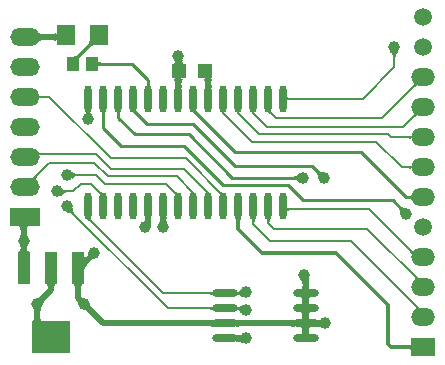
<source format=gtl>
G04 Layer_Physical_Order=1*
G04 Layer_Color=255*
%FSLAX43Y43*%
%MOMM*%
G71*
G01*
G75*
%ADD10O,0.600X2.300*%
%ADD11R,1.600X1.800*%
%ADD12R,1.000X1.300*%
%ADD13R,3.300X2.700*%
%ADD14R,1.000X2.700*%
%ADD15O,2.200X0.600*%
%ADD16R,1.250X1.300*%
%ADD17C,0.254*%
%ADD18C,0.200*%
%ADD19C,0.300*%
%ADD20C,0.500*%
%ADD21C,1.500*%
%ADD22O,2.000X1.500*%
%ADD23R,2.000X1.500*%
%ADD24O,2.500X1.500*%
%ADD25R,2.500X1.500*%
%ADD26C,1.000*%
G36*
X34235Y9469D02*
X34263Y9445D01*
X34289Y9426D01*
X34314Y9411D01*
X34336Y9402D01*
X34355Y9398D01*
X34373Y9398D01*
X34389Y9404D01*
X34402Y9414D01*
X34414Y9430D01*
X34207Y9073D01*
X34215Y9091D01*
X34219Y9111D01*
X34219Y9133D01*
X34214Y9155D01*
X34205Y9180D01*
X34192Y9205D01*
X34174Y9233D01*
X34153Y9261D01*
X34127Y9291D01*
X34097Y9323D01*
X34204Y9498D01*
X34235Y9469D01*
D02*
G37*
G36*
X7361Y8771D02*
X7332Y8769D01*
X7303Y8764D01*
X7272Y8754D01*
X7240Y8740D01*
X7207Y8723D01*
X7173Y8701D01*
X7137Y8676D01*
X7101Y8647D01*
X7024Y8576D01*
X6833Y8767D01*
Y8385D01*
X6766Y8314D01*
X6705Y8243D01*
X6652Y8172D01*
X6605Y8101D01*
X6566Y8030D01*
X6534Y7959D01*
X6509Y7889D01*
X6491Y7818D01*
X6480Y7748D01*
X6477Y7678D01*
Y9092D01*
X6480Y9028D01*
X6491Y8978D01*
X6509Y8942D01*
X6534Y8921D01*
X6566Y8914D01*
X6605Y8921D01*
X6652Y8942D01*
X6705Y8978D01*
X6743Y9009D01*
X6771Y9042D01*
X6796Y9078D01*
X6818Y9112D01*
X6835Y9145D01*
X6849Y9177D01*
X6859Y9208D01*
X6864Y9237D01*
X6866Y9266D01*
X7361Y8771D01*
D02*
G37*
G36*
X1836Y11567D02*
X1793Y11552D01*
X1755Y11527D01*
X1723Y11492D01*
X1696Y11447D01*
X1673Y11392D01*
X1656Y11327D01*
X1643Y11252D01*
X1635Y11167D01*
X1633Y11072D01*
X1133D01*
X1130Y11167D01*
X1123Y11252D01*
X1110Y11327D01*
X1093Y11392D01*
X1071Y11447D01*
X1043Y11492D01*
X1010Y11527D01*
X973Y11552D01*
X930Y11567D01*
X883Y11572D01*
X1883D01*
X1836Y11567D01*
D02*
G37*
G36*
X1634Y10974D02*
X1642Y10877D01*
X1650Y10835D01*
X1659Y10795D01*
X1670Y10760D01*
X1684Y10728D01*
X1699Y10700D01*
X1717Y10675D01*
X1737Y10654D01*
X1377Y10287D01*
X1737Y9920D01*
X1717Y9899D01*
X1699Y9875D01*
X1684Y9846D01*
X1670Y9814D01*
X1659Y9779D01*
X1650Y9739D01*
X1643Y9699D01*
X1643Y9697D01*
X1655Y9622D01*
X1673Y9557D01*
X1695Y9502D01*
X1722Y9457D01*
X1754Y9422D01*
X1791Y9397D01*
X1833Y9382D01*
X1880Y9377D01*
X886D01*
X933Y9382D01*
X975Y9397D01*
X1012Y9422D01*
X1044Y9457D01*
X1071Y9502D01*
X1093Y9557D01*
X1111Y9622D01*
X1123Y9697D01*
X1124Y9712D01*
X1124Y9713D01*
X1118Y9756D01*
X1109Y9796D01*
X1098Y9832D01*
X1086Y9864D01*
X1072Y9893D01*
X1055Y9918D01*
X1037Y9940D01*
X1377Y10287D01*
X1037Y10634D01*
X1055Y10656D01*
X1072Y10681D01*
X1086Y10710D01*
X1098Y10742D01*
X1109Y10778D01*
X1118Y10818D01*
X1124Y10861D01*
X1132Y10958D01*
X1133Y11012D01*
X1633Y11028D01*
X1634Y10974D01*
D02*
G37*
G36*
X4133Y6678D02*
X4091Y6663D01*
X4054Y6638D01*
X4022Y6603D01*
X3995Y6558D01*
X3973Y6503D01*
X3955Y6438D01*
X3943Y6363D01*
X3935Y6278D01*
X3933Y6183D01*
X3433D01*
X3431Y6278D01*
X3423Y6363D01*
X3411Y6438D01*
X3393Y6503D01*
X3371Y6558D01*
X3344Y6603D01*
X3312Y6638D01*
X3275Y6663D01*
X3233Y6678D01*
X3186Y6683D01*
X4180D01*
X4133Y6678D01*
D02*
G37*
G36*
X25547Y7063D02*
X25536Y7039D01*
X25526Y7010D01*
X25517Y6978D01*
X25510Y6942D01*
X25500Y6859D01*
X25497Y6812D01*
X25494Y6707D01*
X25215Y6642D01*
X25494D01*
X25497Y6546D01*
X25504Y6460D01*
X25517Y6385D01*
X25534Y6320D01*
X25556Y6264D01*
X25584Y6219D01*
X25617Y6184D01*
X25654Y6159D01*
X25697Y6143D01*
X25744Y6138D01*
X24744D01*
X24792Y6143D01*
X24834Y6159D01*
X24872Y6184D01*
X24904Y6219D01*
X24931Y6264D01*
X24954Y6320D01*
X24972Y6385D01*
X24984Y6460D01*
X24992Y6546D01*
X24993Y6617D01*
X24993Y6643D01*
X24983Y6739D01*
X24975Y6781D01*
X24964Y6818D01*
X24950Y6852D01*
X24935Y6882D01*
X24916Y6908D01*
X24896Y6929D01*
X24873Y6947D01*
X25559Y7084D01*
X25547Y7063D01*
D02*
G37*
G36*
X34724Y7202D02*
X34786Y7151D01*
X34815Y7132D01*
X34843Y7116D01*
X34869Y7105D01*
X34895Y7097D01*
X34920Y7093D01*
X34943Y7094D01*
X34965Y7098D01*
X34523Y6976D01*
X34542Y6984D01*
X34556Y6994D01*
X34565Y7007D01*
X34568Y7022D01*
X34566Y7040D01*
X34558Y7061D01*
X34545Y7084D01*
X34526Y7110D01*
X34502Y7138D01*
X34472Y7170D01*
X34692Y7233D01*
X34724Y7202D01*
D02*
G37*
G36*
X6433Y6678D02*
X6391Y6663D01*
X6354Y6638D01*
X6322Y6603D01*
X6295Y6558D01*
X6273Y6503D01*
X6255Y6438D01*
X6243Y6363D01*
X6235Y6278D01*
X6233Y6183D01*
X5733D01*
X5731Y6278D01*
X5723Y6363D01*
X5711Y6438D01*
X5693Y6503D01*
X5671Y6558D01*
X5644Y6603D01*
X5612Y6638D01*
X5575Y6663D01*
X5533Y6678D01*
X5486Y6683D01*
X6480D01*
X6433Y6678D01*
D02*
G37*
G36*
X12196Y12223D02*
X12194Y12206D01*
X12190Y12096D01*
X12188Y11718D01*
X12167D01*
X12160Y11583D01*
X11918Y11718D01*
X11688D01*
X11686Y11848D01*
X11564Y11915D01*
X11587Y11924D01*
X11609Y11938D01*
X11627Y11957D01*
X11643Y11980D01*
X11657Y12009D01*
X11668Y12043D01*
X11677Y12082D01*
X11681Y12111D01*
X11679Y12230D01*
X12197D01*
X12196Y12223D01*
D02*
G37*
G36*
X5561Y13051D02*
X5554Y12992D01*
X5552Y12937D01*
X5554Y12885D01*
X5561Y12837D01*
X5571Y12793D01*
X5585Y12752D01*
X5604Y12714D01*
X5626Y12680D01*
X5653Y12650D01*
X5485Y12535D01*
X5459Y12557D01*
X5428Y12579D01*
X5392Y12600D01*
X5351Y12619D01*
X5304Y12638D01*
X5253Y12655D01*
X5134Y12687D01*
X4995Y12715D01*
X5571Y13113D01*
X5561Y13051D01*
D02*
G37*
G36*
X7089Y12216D02*
X7076Y12206D01*
X7068Y12192D01*
X7067Y12175D01*
X7072Y12155D01*
X7082Y12132D01*
X7099Y12105D01*
X7122Y12076D01*
X7150Y12043D01*
X7185Y12007D01*
X6965Y11944D01*
X6941Y11967D01*
X6866Y12030D01*
X6840Y12048D01*
X6789Y12081D01*
X6762Y12095D01*
X6708Y12121D01*
X7109Y12224D01*
X7089Y12216D01*
D02*
G37*
G36*
X23667Y13135D02*
X23673Y13118D01*
X23683Y13103D01*
X23697Y13090D01*
X23715Y13079D01*
X23738Y13070D01*
X23764Y13063D01*
X23794Y13058D01*
X23829Y13055D01*
X23868Y13054D01*
Y12854D01*
X23829Y12853D01*
X23794Y12850D01*
X23764Y12845D01*
X23738Y12838D01*
X23715Y12829D01*
X23697Y12818D01*
X23683Y12805D01*
X23673Y12790D01*
X23667Y12773D01*
X23664Y12754D01*
Y13154D01*
X23667Y13135D01*
D02*
G37*
G36*
X33349Y13189D02*
X33383Y13164D01*
X33421Y13142D01*
X33462Y13123D01*
X33506Y13107D01*
X33554Y13094D01*
X33605Y13085D01*
X33659Y13078D01*
X33716Y13074D01*
X33777Y13073D01*
X33282Y12578D01*
X33281Y12639D01*
X33277Y12696D01*
X33270Y12750D01*
X33261Y12801D01*
X33248Y12849D01*
X33232Y12893D01*
X33213Y12934D01*
X33191Y12972D01*
X33166Y13006D01*
X33138Y13037D01*
X33318Y13217D01*
X33349Y13189D01*
D02*
G37*
G36*
X19797Y12200D02*
X19778Y12168D01*
X19761Y12133D01*
X19747Y12096D01*
X19735Y12056D01*
X19725Y12014D01*
X19718Y11970D01*
X19712Y11922D01*
X19708Y11821D01*
X19408D01*
X19407Y11873D01*
X19398Y11970D01*
X19391Y12014D01*
X19381Y12056D01*
X19369Y12096D01*
X19355Y12133D01*
X19338Y12168D01*
X19319Y12200D01*
X19299Y12230D01*
X19817D01*
X19797Y12200D01*
D02*
G37*
G36*
X13490Y12280D02*
X13483Y12249D01*
X13477Y12210D01*
X13468Y12109D01*
X13465Y12037D01*
X13467Y12012D01*
X13474Y11969D01*
X13483Y11930D01*
X13494Y11894D01*
X13507Y11862D01*
X13522Y11833D01*
X13539Y11808D01*
X13558Y11787D01*
X13459D01*
X13458Y11718D01*
X12958D01*
X12958Y11787D01*
X12858D01*
X12877Y11808D01*
X12894Y11833D01*
X12909Y11862D01*
X12922Y11894D01*
X12933Y11930D01*
X12942Y11969D01*
X12947Y12000D01*
X12933Y12249D01*
X12926Y12280D01*
X12919Y12302D01*
X13497D01*
X13490Y12280D01*
D02*
G37*
G36*
X22278Y12159D02*
X22261Y12151D01*
X22246Y12138D01*
X22233Y12120D01*
X22223Y12096D01*
X22214Y12067D01*
X22207Y12033D01*
X22202Y11994D01*
X22199Y11950D01*
X22198Y11900D01*
X21998D01*
X21997Y11950D01*
X21989Y12033D01*
X21982Y12067D01*
X21973Y12096D01*
X21963Y12120D01*
X21950Y12138D01*
X21935Y12151D01*
X21919Y12159D01*
X21900Y12162D01*
X22296D01*
X22278Y12159D01*
D02*
G37*
G36*
X21007D02*
X20991Y12151D01*
X20976Y12138D01*
X20963Y12120D01*
X20953Y12096D01*
X20944Y12067D01*
X20937Y12033D01*
X20932Y11994D01*
X20929Y11950D01*
X20928Y11900D01*
X20728D01*
X20727Y11950D01*
X20719Y12033D01*
X20712Y12067D01*
X20703Y12096D01*
X20693Y12120D01*
X20680Y12138D01*
X20665Y12151D01*
X20649Y12159D01*
X20630Y12162D01*
X21026D01*
X21007Y12159D01*
D02*
G37*
G36*
X19937Y5540D02*
X19871Y5578D01*
X19645Y5691D01*
X19598Y5710D01*
X19555Y5724D01*
X19551Y5725D01*
X19528Y5717D01*
X19504Y5707D01*
X19486Y5694D01*
X19473Y5679D01*
X19465Y5662D01*
X19462Y5644D01*
Y5741D01*
X19448Y5742D01*
X19394Y5942D01*
X19435Y5945D01*
X19462Y5950D01*
Y6040D01*
X19465Y6022D01*
X19473Y6005D01*
X19486Y5990D01*
X19504Y5977D01*
X19520Y5970D01*
X19552Y5986D01*
X19589Y6011D01*
X19625Y6041D01*
X19660Y6077D01*
X19694Y6118D01*
X19727Y6165D01*
X19759Y6217D01*
X19937Y5540D01*
D02*
G37*
G36*
X24366Y3013D02*
X24344Y3020D01*
X24313Y3027D01*
X24274Y3033D01*
X24173Y3042D01*
X23962Y3050D01*
X23782Y3052D01*
Y3552D01*
X23876Y3552D01*
X24313Y3577D01*
X24344Y3584D01*
X24366Y3591D01*
Y3013D01*
D02*
G37*
G36*
X19344Y3584D02*
X19375Y3577D01*
X19414Y3571D01*
X19515Y3562D01*
X19726Y3554D01*
X19906Y3552D01*
Y3052D01*
X19812Y3052D01*
X19375Y3027D01*
X19344Y3020D01*
X19322Y3013D01*
Y3591D01*
X19344Y3584D01*
D02*
G37*
G36*
X26567Y3553D02*
X26706Y3552D01*
Y3052D01*
X26612Y3052D01*
X26567Y3049D01*
Y2952D01*
X26546Y2971D01*
X26521Y2988D01*
X26492Y3003D01*
X26460Y3016D01*
X26424Y3027D01*
X26385Y3036D01*
X26372Y3038D01*
X26175Y3027D01*
X26144Y3020D01*
X26122Y3013D01*
Y3591D01*
X26144Y3584D01*
X26175Y3577D01*
X26214Y3571D01*
X26315Y3562D01*
X26340Y3561D01*
X26342Y3561D01*
X26385Y3568D01*
X26424Y3577D01*
X26460Y3588D01*
X26492Y3601D01*
X26521Y3616D01*
X26546Y3633D01*
X26567Y3652D01*
Y3553D01*
D02*
G37*
G36*
X2793Y3881D02*
X2800Y3796D01*
X2812Y3720D01*
X2830Y3655D01*
X2852Y3600D01*
X2880Y3554D01*
X2912Y3519D01*
X2950Y3494D01*
X2993Y3479D01*
X3040Y3474D01*
X2040D01*
X2088Y3479D01*
X2130Y3494D01*
X2168Y3519D01*
X2200Y3554D01*
X2227Y3600D01*
X2250Y3655D01*
X2267Y3720D01*
X2280Y3796D01*
X2287Y3881D01*
X2290Y3977D01*
X2790D01*
X2793Y3881D01*
D02*
G37*
G36*
X19836Y2283D02*
X19906Y2282D01*
Y1782D01*
X19836Y1782D01*
Y1682D01*
X19815Y1701D01*
X19790Y1718D01*
X19761Y1733D01*
X19729Y1746D01*
X19693Y1757D01*
X19654Y1766D01*
X19623Y1771D01*
X19375Y1757D01*
X19344Y1750D01*
X19322Y1743D01*
Y2321D01*
X19344Y2314D01*
X19375Y2307D01*
X19414Y2301D01*
X19515Y2292D01*
X19587Y2289D01*
X19611Y2291D01*
X19654Y2298D01*
X19693Y2307D01*
X19729Y2318D01*
X19761Y2331D01*
X19790Y2346D01*
X19815Y2363D01*
X19836Y2382D01*
Y2283D01*
D02*
G37*
G36*
X34185Y970D02*
X34182Y998D01*
X34173Y1024D01*
X34158Y1046D01*
X34137Y1066D01*
X34109Y1082D01*
X34076Y1096D01*
X34037Y1107D01*
X33991Y1114D01*
X33940Y1118D01*
X33882Y1120D01*
Y1420D01*
X33940Y1421D01*
X33991Y1426D01*
X34037Y1434D01*
X34076Y1444D01*
X34109Y1457D01*
X34137Y1474D01*
X34158Y1493D01*
X34173Y1516D01*
X34182Y1541D01*
X34185Y1570D01*
Y970D01*
D02*
G37*
G36*
X17566Y3013D02*
X17544Y3020D01*
X17513Y3027D01*
X17474Y3033D01*
X17373Y3042D01*
X17162Y3050D01*
X16982Y3052D01*
Y3552D01*
X17076Y3552D01*
X17513Y3577D01*
X17544Y3584D01*
X17566Y3591D01*
Y3013D01*
D02*
G37*
G36*
X25697Y3000D02*
X25654Y2985D01*
X25617Y2960D01*
X25584Y2925D01*
X25556Y2880D01*
X25534Y2824D01*
X25517Y2759D01*
X25504Y2684D01*
X25503Y2667D01*
X25504Y2650D01*
X25517Y2575D01*
X25534Y2510D01*
X25556Y2454D01*
X25584Y2409D01*
X25617Y2374D01*
X25654Y2349D01*
X25697Y2333D01*
X25744Y2328D01*
X24744D01*
X24792Y2333D01*
X24834Y2349D01*
X24872Y2374D01*
X24904Y2409D01*
X24931Y2454D01*
X24954Y2510D01*
X24972Y2575D01*
X24984Y2650D01*
X24985Y2667D01*
X24984Y2684D01*
X24972Y2759D01*
X24954Y2824D01*
X24931Y2880D01*
X24904Y2925D01*
X24872Y2960D01*
X24834Y2985D01*
X24792Y3000D01*
X24744Y3006D01*
X25744D01*
X25697Y3000D01*
D02*
G37*
G36*
Y4271D02*
X25654Y4255D01*
X25617Y4230D01*
X25584Y4195D01*
X25556Y4150D01*
X25534Y4094D01*
X25517Y4029D01*
X25504Y3954D01*
X25503Y3937D01*
X25504Y3920D01*
X25517Y3845D01*
X25534Y3780D01*
X25556Y3724D01*
X25584Y3679D01*
X25617Y3644D01*
X25654Y3619D01*
X25697Y3603D01*
X25744Y3598D01*
X24744D01*
X24792Y3603D01*
X24834Y3619D01*
X24872Y3644D01*
X24904Y3679D01*
X24931Y3724D01*
X24954Y3780D01*
X24972Y3845D01*
X24984Y3920D01*
X24985Y3937D01*
X24984Y3954D01*
X24972Y4029D01*
X24954Y4094D01*
X24931Y4150D01*
X24904Y4195D01*
X24872Y4230D01*
X24834Y4255D01*
X24792Y4271D01*
X24744Y4276D01*
X25744D01*
X25697Y4271D01*
D02*
G37*
G36*
Y5541D02*
X25654Y5525D01*
X25617Y5500D01*
X25584Y5465D01*
X25556Y5420D01*
X25534Y5364D01*
X25517Y5299D01*
X25504Y5224D01*
X25503Y5207D01*
X25504Y5190D01*
X25517Y5115D01*
X25534Y5050D01*
X25556Y4994D01*
X25584Y4949D01*
X25617Y4914D01*
X25654Y4889D01*
X25697Y4873D01*
X25744Y4868D01*
X24744D01*
X24792Y4873D01*
X24834Y4889D01*
X24872Y4914D01*
X24904Y4949D01*
X24931Y4994D01*
X24954Y5050D01*
X24972Y5115D01*
X24984Y5190D01*
X24985Y5207D01*
X24984Y5224D01*
X24972Y5299D01*
X24954Y5364D01*
X24931Y5420D01*
X24904Y5465D01*
X24872Y5500D01*
X24834Y5525D01*
X24792Y5541D01*
X24744Y5546D01*
X25744D01*
X25697Y5541D01*
D02*
G37*
G36*
X19759Y4197D02*
X19727Y4249D01*
X19694Y4296D01*
X19660Y4337D01*
X19625Y4373D01*
X19589Y4403D01*
X19552Y4428D01*
X19520Y4444D01*
X19504Y4437D01*
X19486Y4424D01*
X19473Y4409D01*
X19465Y4392D01*
X19462Y4374D01*
Y4464D01*
X19435Y4469D01*
X19394Y4472D01*
X19448Y4672D01*
X19462Y4673D01*
Y4770D01*
X19465Y4752D01*
X19473Y4735D01*
X19486Y4720D01*
X19504Y4707D01*
X19528Y4697D01*
X19551Y4689D01*
X19555Y4690D01*
X19598Y4704D01*
X19645Y4723D01*
X19750Y4771D01*
X19871Y4836D01*
X19937Y4874D01*
X19759Y4197D01*
D02*
G37*
G36*
X17426Y5644D02*
X17423Y5662D01*
X17415Y5679D01*
X17402Y5694D01*
X17384Y5707D01*
X17360Y5717D01*
X17331Y5726D01*
X17297Y5733D01*
X17258Y5738D01*
X17214Y5741D01*
X17164Y5742D01*
Y5942D01*
X17214Y5943D01*
X17297Y5951D01*
X17331Y5958D01*
X17360Y5967D01*
X17384Y5977D01*
X17402Y5990D01*
X17415Y6005D01*
X17423Y6022D01*
X17426Y6040D01*
Y5644D01*
D02*
G37*
G36*
X3235Y5295D02*
X3198Y5256D01*
X3135Y5182D01*
X3110Y5146D01*
X3088Y5112D01*
X3071Y5079D01*
X3057Y5047D01*
X3047Y5016D01*
X3042Y4987D01*
X3040Y4958D01*
X2545Y5453D01*
X2574Y5455D01*
X2603Y5460D01*
X2634Y5470D01*
X2666Y5484D01*
X2699Y5501D01*
X2733Y5523D01*
X2769Y5548D01*
X2805Y5577D01*
X2882Y5648D01*
X3235Y5295D01*
D02*
G37*
G36*
X6979Y4919D02*
X6984Y4890D01*
X6994Y4859D01*
X7008Y4827D01*
X7025Y4794D01*
X7047Y4760D01*
X7072Y4724D01*
X7101Y4688D01*
X7172Y4611D01*
X6819Y4258D01*
X6780Y4295D01*
X6706Y4358D01*
X6670Y4383D01*
X6636Y4405D01*
X6603Y4422D01*
X6571Y4436D01*
X6540Y4446D01*
X6511Y4451D01*
X6482Y4453D01*
X6977Y4948D01*
X6979Y4919D01*
D02*
G37*
G36*
X2871Y4575D02*
X2854Y4550D01*
X2839Y4521D01*
X2826Y4489D01*
X2815Y4453D01*
X2806Y4414D01*
X2799Y4371D01*
X2794Y4324D01*
X2790Y4220D01*
X2290D01*
X2289Y4274D01*
X2281Y4371D01*
X2274Y4414D01*
X2265Y4453D01*
X2254Y4489D01*
X2241Y4521D01*
X2226Y4550D01*
X2209Y4575D01*
X2190Y4596D01*
X2890D01*
X2871Y4575D01*
D02*
G37*
G36*
X34842Y4671D02*
X34903Y4620D01*
X34933Y4600D01*
X34962Y4584D01*
X34990Y4572D01*
X35017Y4563D01*
X35043Y4557D01*
X35068Y4556D01*
X35092Y4558D01*
X34605Y4481D01*
X34627Y4486D01*
X34643Y4494D01*
X34653Y4505D01*
X34658Y4519D01*
X34657Y4536D01*
X34650Y4556D01*
X34637Y4579D01*
X34619Y4604D01*
X34594Y4633D01*
X34564Y4664D01*
X34809Y4702D01*
X34842Y4671D01*
D02*
G37*
G36*
X17426Y4374D02*
X17423Y4392D01*
X17415Y4409D01*
X17402Y4424D01*
X17384Y4437D01*
X17360Y4447D01*
X17331Y4456D01*
X17297Y4463D01*
X17258Y4468D01*
X17214Y4471D01*
X17164Y4472D01*
Y4672D01*
X17214Y4673D01*
X17297Y4681D01*
X17331Y4688D01*
X17360Y4697D01*
X17384Y4707D01*
X17402Y4720D01*
X17415Y4735D01*
X17423Y4752D01*
X17426Y4770D01*
Y4374D01*
D02*
G37*
G36*
X2743Y22659D02*
X2750Y22642D01*
X2761Y22628D01*
X2777Y22615D01*
X2797Y22604D01*
X2822Y22595D01*
X2851Y22588D01*
X2884Y22583D01*
X2922Y22580D01*
X2965Y22579D01*
Y22379D01*
X2922Y22378D01*
X2884Y22375D01*
X2851Y22370D01*
X2822Y22363D01*
X2797Y22354D01*
X2777Y22343D01*
X2761Y22330D01*
X2750Y22316D01*
X2743Y22299D01*
X2741Y22280D01*
Y22678D01*
X2743Y22659D01*
D02*
G37*
G36*
X23667Y22511D02*
X23673Y22494D01*
X23683Y22479D01*
X23697Y22466D01*
X23715Y22455D01*
X23738Y22446D01*
X23764Y22439D01*
X23794Y22434D01*
X23829Y22431D01*
X23868Y22430D01*
Y22230D01*
X23829Y22229D01*
X23794Y22226D01*
X23764Y22221D01*
X23738Y22214D01*
X23715Y22205D01*
X23697Y22194D01*
X23683Y22181D01*
X23673Y22166D01*
X23667Y22149D01*
X23664Y22130D01*
Y22530D01*
X23667Y22511D01*
D02*
G37*
G36*
X17343Y23991D02*
X17329Y23986D01*
X17316Y23971D01*
X17305Y23946D01*
X17295Y23911D01*
X17287Y23866D01*
X17280Y23811D01*
X17272Y23686D01*
X17293Y23311D01*
X17300Y23280D01*
X17307Y23258D01*
X16729D01*
X16736Y23280D01*
X16743Y23311D01*
X16749Y23350D01*
X16758Y23451D01*
X16764Y23602D01*
X16758Y23672D01*
X16746Y23747D01*
X16728Y23813D01*
X16705Y23868D01*
X16678Y23913D01*
X16646Y23948D01*
X16608Y23974D01*
X16566Y23989D01*
X16518Y23994D01*
X17343Y23991D01*
D02*
G37*
G36*
X14931Y23989D02*
X14888Y23974D01*
X14851Y23949D01*
X14818Y23914D01*
X14790Y23868D01*
X14768Y23813D01*
X14750Y23748D01*
X14738Y23672D01*
X14735Y23635D01*
X14753Y23311D01*
X14760Y23280D01*
X14767Y23258D01*
X14189D01*
X14196Y23280D01*
X14203Y23311D01*
X14209Y23350D01*
X14218Y23451D01*
X14224Y23603D01*
X14218Y23672D01*
X14205Y23748D01*
X14188Y23813D01*
X14165Y23868D01*
X14138Y23914D01*
X14106Y23949D01*
X14068Y23974D01*
X14026Y23989D01*
X13978Y23994D01*
X14978D01*
X14931Y23989D01*
D02*
G37*
G36*
X10934Y21393D02*
X10920Y21377D01*
X10913Y21357D01*
X10914Y21333D01*
X10923Y21305D01*
X10938Y21274D01*
X10961Y21238D01*
X10992Y21199D01*
X11030Y21156D01*
X11075Y21109D01*
X10820Y21005D01*
X10789Y21035D01*
X10697Y21114D01*
X10667Y21136D01*
X10607Y21176D01*
X10577Y21193D01*
X10518Y21221D01*
X10955Y21406D01*
X10934Y21393D01*
D02*
G37*
G36*
X9626Y21321D02*
X9605Y21310D01*
X9586Y21292D01*
X9570Y21266D01*
X9556Y21233D01*
X9545Y21193D01*
X9536Y21145D01*
X9530Y21090D01*
X9526Y21027D01*
X9525Y20957D01*
X9271D01*
X9270Y21027D01*
X9260Y21145D01*
X9251Y21193D01*
X9240Y21233D01*
X9226Y21266D01*
X9210Y21292D01*
X9191Y21310D01*
X9170Y21321D01*
X9146Y21325D01*
X9650D01*
X9626Y21321D01*
D02*
G37*
G36*
X22347Y21342D02*
X22336Y21329D01*
X22331Y21313D01*
X22331Y21294D01*
X22337Y21273D01*
X22349Y21249D01*
X22366Y21222D01*
X22388Y21193D01*
X22416Y21161D01*
X22450Y21126D01*
X22252Y21041D01*
X22225Y21067D01*
X22149Y21131D01*
X22125Y21147D01*
X22103Y21161D01*
X22081Y21172D01*
X22060Y21181D01*
X22040Y21187D01*
X22020Y21191D01*
X22363Y21352D01*
X22347Y21342D01*
D02*
G37*
G36*
X16014Y21393D02*
X16000Y21377D01*
X15993Y21357D01*
X15994Y21333D01*
X16003Y21305D01*
X16018Y21274D01*
X16041Y21238D01*
X16072Y21199D01*
X16110Y21156D01*
X16155Y21109D01*
X15900Y21005D01*
X15869Y21035D01*
X15777Y21114D01*
X15747Y21136D01*
X15687Y21176D01*
X15657Y21193D01*
X15598Y21221D01*
X16035Y21406D01*
X16014Y21393D01*
D02*
G37*
G36*
X12066Y23633D02*
X12076Y23515D01*
X12085Y23467D01*
X12096Y23427D01*
X12110Y23394D01*
X12126Y23368D01*
X12145Y23350D01*
X12166Y23339D01*
X12190Y23335D01*
X11686D01*
X11710Y23339D01*
X11731Y23350D01*
X11750Y23368D01*
X11766Y23394D01*
X11780Y23427D01*
X11791Y23467D01*
X11800Y23515D01*
X11806Y23570D01*
X11810Y23633D01*
X11811Y23703D01*
X12065D01*
X12066Y23633D01*
D02*
G37*
G36*
X7212Y26789D02*
X7197Y26808D01*
X7177Y26819D01*
X7153Y26821D01*
X7124Y26815D01*
X7090Y26802D01*
X7052Y26779D01*
X7009Y26749D01*
X6962Y26711D01*
X6853Y26609D01*
X6773Y26889D01*
X6819Y26937D01*
X6892Y27024D01*
X6919Y27064D01*
X6941Y27101D01*
X6955Y27136D01*
X6964Y27168D01*
X6967Y27197D01*
X6963Y27224D01*
X6953Y27248D01*
X7212Y26789D01*
D02*
G37*
G36*
X6227Y25983D02*
X6173Y25928D01*
X6090Y25830D01*
X6060Y25788D01*
X6038Y25750D01*
X6023Y25716D01*
X6017Y25687D01*
X6018Y25661D01*
X6027Y25640D01*
X6044Y25624D01*
X5625Y25917D01*
X5647Y25906D01*
X5672Y25901D01*
X5701Y25903D01*
X5732Y25911D01*
X5766Y25926D01*
X5804Y25948D01*
X5844Y25976D01*
X5888Y26011D01*
X5984Y26100D01*
X6227Y25983D01*
D02*
G37*
G36*
X2584Y28010D02*
X2604Y27968D01*
X2636Y27931D01*
X2682Y27898D01*
X2740Y27871D01*
X2812Y27849D01*
X2897Y27831D01*
X2994Y27819D01*
X3105Y27811D01*
X3229Y27809D01*
Y27309D01*
X3105Y27307D01*
X2897Y27287D01*
X2812Y27269D01*
X2740Y27247D01*
X2682Y27220D01*
X2636Y27187D01*
X2604Y27150D01*
X2584Y27108D01*
X2578Y27061D01*
Y28057D01*
X2584Y28010D01*
D02*
G37*
G36*
X4153Y27059D02*
X4148Y27107D01*
X4133Y27149D01*
X4108Y27187D01*
X4073Y27219D01*
X4028Y27247D01*
X3973Y27269D01*
X3908Y27287D01*
X3833Y27299D01*
X3748Y27306D01*
X3653Y27309D01*
Y27809D01*
X3748Y27812D01*
X3833Y27819D01*
X3908Y27831D01*
X3973Y27849D01*
X4028Y27872D01*
X4073Y27899D01*
X4108Y27931D01*
X4133Y27969D01*
X4148Y28011D01*
X4153Y28059D01*
Y27059D01*
D02*
G37*
G36*
X7646Y25503D02*
X7654Y25481D01*
X7667Y25462D01*
X7685Y25446D01*
X7708Y25432D01*
X7736Y25420D01*
X7770Y25411D01*
X7808Y25405D01*
X7852Y25401D01*
X7901Y25400D01*
Y25146D01*
X7852Y25145D01*
X7808Y25141D01*
X7770Y25135D01*
X7736Y25126D01*
X7708Y25114D01*
X7685Y25100D01*
X7667Y25084D01*
X7654Y25065D01*
X7646Y25043D01*
X7644Y25019D01*
Y25527D01*
X7646Y25503D01*
D02*
G37*
G36*
X34740Y23410D02*
X34722Y23418D01*
X34702Y23422D01*
X34681Y23422D01*
X34658Y23417D01*
X34634Y23408D01*
X34608Y23395D01*
X34581Y23378D01*
X34552Y23356D01*
X34522Y23330D01*
X34491Y23300D01*
X34316Y23409D01*
X34346Y23439D01*
X34370Y23468D01*
X34389Y23494D01*
X34403Y23518D01*
X34413Y23540D01*
X34417Y23560D01*
X34417Y23578D01*
X34411Y23594D01*
X34401Y23608D01*
X34386Y23619D01*
X34740Y23410D01*
D02*
G37*
G36*
X33069Y26264D02*
X32988Y26171D01*
X32956Y26126D01*
X32929Y26082D01*
X32906Y26039D01*
X32889Y25998D01*
X32876Y25958D01*
X32868Y25918D01*
X32866Y25880D01*
X32666D01*
X32664Y25918D01*
X32656Y25958D01*
X32644Y25998D01*
X32626Y26039D01*
X32604Y26082D01*
X32576Y26126D01*
X32543Y26171D01*
X32506Y26217D01*
X32416Y26313D01*
X33116D01*
X33069Y26264D01*
D02*
G37*
G36*
X14774Y25689D02*
X14781Y25604D01*
X14786Y25576D01*
X14857Y25582D01*
X14841Y25560D01*
X14826Y25535D01*
X14813Y25506D01*
X14806Y25483D01*
X14811Y25463D01*
X14833Y25408D01*
X14861Y25362D01*
X14894Y25327D01*
X14931Y25302D01*
X14974Y25287D01*
X15021Y25282D01*
X14774D01*
X14772Y25257D01*
X14771Y25203D01*
X14271Y25153D01*
X14270Y25207D01*
X14263Y25282D01*
X14021D01*
X14068Y25287D01*
X14111Y25302D01*
X14149Y25327D01*
X14181Y25362D01*
X14208Y25408D01*
X14222Y25440D01*
X14217Y25451D01*
X14200Y25478D01*
X14181Y25502D01*
X14160Y25522D01*
X14249Y25530D01*
X14261Y25604D01*
X14269Y25689D01*
X14271Y25785D01*
X14771D01*
X14774Y25689D01*
D02*
G37*
G36*
X8356Y21321D02*
X8335Y21310D01*
X8316Y21292D01*
X8300Y21266D01*
X8286Y21233D01*
X8275Y21193D01*
X8266Y21145D01*
X8260Y21090D01*
X8256Y21027D01*
X8255Y20957D01*
X8001D01*
X8000Y21027D01*
X7990Y21145D01*
X7981Y21193D01*
X7970Y21233D01*
X7956Y21266D01*
X7940Y21292D01*
X7921Y21310D01*
X7900Y21321D01*
X7876Y21325D01*
X8380D01*
X8356Y21321D01*
D02*
G37*
G36*
X4597Y14781D02*
X4690Y14700D01*
X4735Y14668D01*
X4779Y14641D01*
X4822Y14618D01*
X4863Y14601D01*
X4904Y14588D01*
X4943Y14580D01*
X4981Y14578D01*
Y14378D01*
X4943Y14375D01*
X4904Y14368D01*
X4863Y14356D01*
X4822Y14338D01*
X4779Y14316D01*
X4735Y14288D01*
X4690Y14255D01*
X4644Y14218D01*
X4548Y14128D01*
Y14828D01*
X4597Y14781D01*
D02*
G37*
G36*
X18067Y14461D02*
X18132Y14407D01*
X18161Y14388D01*
X18188Y14373D01*
X18212Y14364D01*
X18234Y14360D01*
X18254Y14360D01*
X18272Y14366D01*
X18288Y14376D01*
X17995Y14109D01*
X18007Y14124D01*
X18014Y14141D01*
X18016Y14160D01*
X18012Y14181D01*
X18004Y14205D01*
X17990Y14232D01*
X17971Y14260D01*
X17947Y14291D01*
X17917Y14325D01*
X17883Y14361D01*
X18031Y14495D01*
X18067Y14461D01*
D02*
G37*
G36*
X17168Y14339D02*
X16803Y14283D01*
X16825Y14289D01*
X16840Y14297D01*
X16849Y14309D01*
X16852Y14325D01*
X16849Y14343D01*
X16840Y14365D01*
X16824Y14391D01*
X16802Y14419D01*
X16775Y14451D01*
X16741Y14487D01*
X16922Y14588D01*
X17168Y14339D01*
D02*
G37*
G36*
X15898D02*
X15533Y14283D01*
X15555Y14289D01*
X15570Y14297D01*
X15579Y14309D01*
X15582Y14325D01*
X15579Y14343D01*
X15570Y14365D01*
X15554Y14391D01*
X15533Y14419D01*
X15505Y14451D01*
X15471Y14487D01*
X15652Y14588D01*
X15898Y14339D01*
D02*
G37*
G36*
X35004Y14071D02*
X35047Y14070D01*
X35179Y14070D01*
Y13870D01*
X35002Y13869D01*
Y14071D01*
X35004Y14071D01*
D02*
G37*
G36*
X34228Y13717D02*
X34225Y13741D01*
X34217Y13762D01*
X34202Y13781D01*
X34182Y13798D01*
X34156Y13811D01*
X34123Y13823D01*
X34086Y13832D01*
X34042Y13838D01*
X33992Y13842D01*
X33937Y13843D01*
Y14097D01*
X33992Y14098D01*
X34042Y14102D01*
X34086Y14108D01*
X34123Y14117D01*
X34156Y14129D01*
X34182Y14142D01*
X34202Y14159D01*
X34217Y14178D01*
X34225Y14199D01*
X34228Y14223D01*
Y13717D01*
D02*
G37*
G36*
X14257Y14461D02*
X14322Y14407D01*
X14351Y14388D01*
X14378Y14373D01*
X14402Y14364D01*
X14424Y14360D01*
X14444Y14360D01*
X14462Y14366D01*
X14478Y14376D01*
X14185Y14109D01*
X14197Y14124D01*
X14204Y14141D01*
X14206Y14160D01*
X14202Y14181D01*
X14194Y14205D01*
X14180Y14232D01*
X14161Y14260D01*
X14137Y14291D01*
X14107Y14325D01*
X14073Y14361D01*
X14221Y14495D01*
X14257Y14461D01*
D02*
G37*
G36*
X7907D02*
X7972Y14407D01*
X8001Y14388D01*
X8028Y14373D01*
X8052Y14364D01*
X8074Y14360D01*
X8094Y14360D01*
X8112Y14366D01*
X8128Y14376D01*
X7835Y14109D01*
X7847Y14124D01*
X7854Y14141D01*
X7856Y14160D01*
X7852Y14181D01*
X7844Y14205D01*
X7830Y14232D01*
X7811Y14260D01*
X7787Y14291D01*
X7757Y14325D01*
X7723Y14361D01*
X7871Y14495D01*
X7907Y14461D01*
D02*
G37*
G36*
X24662Y15271D02*
X24618Y15313D01*
X24575Y15351D01*
X24532Y15385D01*
X24489Y15414D01*
X24446Y15438D01*
X24403Y15458D01*
X24361Y15474D01*
X24319Y15485D01*
X24277Y15492D01*
X24235Y15494D01*
Y15748D01*
X24277Y15750D01*
X24319Y15757D01*
X24361Y15768D01*
X24403Y15784D01*
X24446Y15804D01*
X24489Y15828D01*
X24532Y15857D01*
X24575Y15891D01*
X24618Y15929D01*
X24662Y15971D01*
Y15271D01*
D02*
G37*
G36*
X34212Y18851D02*
X34210Y18870D01*
X34203Y18887D01*
X34192Y18901D01*
X34176Y18914D01*
X34156Y18925D01*
X34131Y18934D01*
X34102Y18941D01*
X34069Y18946D01*
X34031Y18949D01*
X33988Y18950D01*
Y19150D01*
X34031Y19151D01*
X34069Y19154D01*
X34102Y19159D01*
X34131Y19166D01*
X34156Y19175D01*
X34176Y19186D01*
X34192Y19199D01*
X34203Y19213D01*
X34210Y19230D01*
X34212Y19249D01*
Y18851D01*
D02*
G37*
G36*
X2625Y17832D02*
X2638Y17816D01*
X2655Y17801D01*
X2676Y17788D01*
X2701Y17778D01*
X2729Y17769D01*
X2761Y17762D01*
X2798Y17757D01*
X2838Y17754D01*
X2882Y17753D01*
X2958Y17553D01*
X2915Y17552D01*
X2877Y17549D01*
X2844Y17544D01*
X2817Y17537D01*
X2795Y17528D01*
X2779Y17517D01*
X2768Y17504D01*
X2762Y17489D01*
X2761Y17472D01*
X2766Y17453D01*
X2615Y17851D01*
X2625Y17832D01*
D02*
G37*
G36*
X6960Y21326D02*
X6968Y21287D01*
X6976Y21262D01*
X7056D01*
X7037Y21259D01*
X7021Y21251D01*
X7006Y21238D01*
X6993Y21220D01*
X6992Y21218D01*
X6998Y21205D01*
X7021Y21162D01*
X7048Y21118D01*
X7081Y21073D01*
X7118Y21027D01*
X7208Y20931D01*
X6508D01*
X6556Y20980D01*
X6635Y21073D01*
X6668Y21118D01*
X6695Y21162D01*
X6718Y21205D01*
X6724Y21218D01*
X6723Y21220D01*
X6710Y21238D01*
X6695Y21251D01*
X6679Y21259D01*
X6660Y21262D01*
X6740D01*
X6748Y21287D01*
X6755Y21326D01*
X6758Y21364D01*
X6958D01*
X6960Y21326D01*
D02*
G37*
G36*
X34740Y20870D02*
X34722Y20878D01*
X34702Y20882D01*
X34681Y20882D01*
X34658Y20877D01*
X34634Y20868D01*
X34608Y20855D01*
X34581Y20838D01*
X34552Y20816D01*
X34522Y20790D01*
X34491Y20760D01*
X34316Y20869D01*
X34346Y20899D01*
X34370Y20928D01*
X34389Y20954D01*
X34403Y20978D01*
X34413Y21000D01*
X34417Y21020D01*
X34417Y21038D01*
X34411Y21054D01*
X34401Y21068D01*
X34386Y21079D01*
X34740Y20870D01*
D02*
G37*
G36*
X2484Y15677D02*
X2455Y15647D01*
X2431Y15619D01*
X2413Y15594D01*
X2400Y15572D01*
X2393Y15552D01*
X2391Y15534D01*
X2394Y15519D01*
X2403Y15507D01*
X2417Y15497D01*
X2436Y15489D01*
X1992Y15613D01*
X2015Y15608D01*
X2039Y15608D01*
X2064Y15611D01*
X2090Y15618D01*
X2117Y15629D01*
X2144Y15644D01*
X2173Y15662D01*
X2203Y15685D01*
X2233Y15711D01*
X2265Y15741D01*
X2484Y15677D01*
D02*
G37*
G36*
X5486Y16177D02*
X5579Y16097D01*
X5624Y16065D01*
X5668Y16038D01*
X5711Y16015D01*
X5752Y15998D01*
X5793Y15985D01*
X5832Y15977D01*
X5870Y15975D01*
Y15775D01*
X5832Y15773D01*
X5793Y15765D01*
X5752Y15752D01*
X5711Y15735D01*
X5668Y15712D01*
X5624Y15685D01*
X5579Y15653D01*
X5533Y15615D01*
X5437Y15525D01*
Y16225D01*
X5486Y16177D01*
D02*
G37*
G36*
X34212Y16311D02*
X34210Y16330D01*
X34203Y16347D01*
X34192Y16361D01*
X34176Y16374D01*
X34156Y16385D01*
X34131Y16394D01*
X34102Y16401D01*
X34069Y16406D01*
X34031Y16409D01*
X33988Y16410D01*
Y16610D01*
X34031Y16611D01*
X34069Y16614D01*
X34102Y16619D01*
X34131Y16626D01*
X34156Y16635D01*
X34176Y16646D01*
X34192Y16659D01*
X34203Y16673D01*
X34210Y16690D01*
X34212Y16709D01*
Y16311D01*
D02*
G37*
G36*
X26364Y16237D02*
X26398Y16212D01*
X26436Y16190D01*
X26477Y16171D01*
X26521Y16155D01*
X26569Y16142D01*
X26620Y16133D01*
X26674Y16126D01*
X26731Y16122D01*
X26792Y16121D01*
X26297Y15626D01*
X26296Y15687D01*
X26292Y15744D01*
X26285Y15798D01*
X26275Y15849D01*
X26263Y15897D01*
X26247Y15941D01*
X26228Y15982D01*
X26206Y16020D01*
X26181Y16054D01*
X26153Y16085D01*
X26333Y16265D01*
X26364Y16237D01*
D02*
G37*
D10*
X6858Y13230D02*
D03*
X8128D02*
D03*
X9398D02*
D03*
X10668D02*
D03*
X11938D02*
D03*
X13208D02*
D03*
X14478D02*
D03*
X15748D02*
D03*
X17018D02*
D03*
X18288D02*
D03*
X19558D02*
D03*
X20828D02*
D03*
X22098D02*
D03*
X23368D02*
D03*
X6858Y22330D02*
D03*
X8128D02*
D03*
X9398D02*
D03*
X10668D02*
D03*
X11938D02*
D03*
X13208D02*
D03*
X14478D02*
D03*
X15748D02*
D03*
X17018D02*
D03*
X18288D02*
D03*
X19558D02*
D03*
X20828D02*
D03*
X22098D02*
D03*
X23368D02*
D03*
D11*
X7750Y27686D02*
D03*
X4950D02*
D03*
D12*
X5550Y25273D02*
D03*
X7150D02*
D03*
D13*
X3683Y2130D02*
D03*
D14*
X1383Y8030D02*
D03*
X3683D02*
D03*
X5983D02*
D03*
D15*
X18444Y5842D02*
D03*
Y4572D02*
D03*
Y3302D02*
D03*
Y2032D02*
D03*
X25244Y5842D02*
D03*
Y4572D02*
D03*
Y3302D02*
D03*
Y2032D02*
D03*
D16*
X14521Y24638D02*
D03*
X16721D02*
D03*
D17*
X14986Y18288D02*
X18288Y14986D01*
X9652Y18288D02*
X14986D01*
X8128Y19812D02*
X9652Y18288D01*
X15748Y20193D02*
X19303Y16638D01*
X11811Y20193D02*
X15748D01*
X10668Y21336D02*
X11811Y20193D01*
X10668Y21336D02*
Y22330D01*
X19303Y16638D02*
X25780D01*
X19304Y17780D02*
X29972D01*
X15748Y21336D02*
X19304Y17780D01*
X15748Y21336D02*
Y22330D01*
X33782Y13970D02*
X34925D01*
X29972Y17780D02*
X33782Y13970D01*
X9398Y20701D02*
Y22330D01*
Y20701D02*
X10795Y19304D01*
X15367D01*
X19050Y15621D01*
X25019D01*
X8128Y19812D02*
Y22330D01*
X23749Y14986D02*
X25019Y13716D01*
X32639D01*
X33782Y12573D01*
X18288Y14986D02*
X23749D01*
X25780Y16638D02*
X26797Y15621D01*
X5550Y25486D02*
X7750Y27686D01*
X5550Y25273D02*
Y25486D01*
X7150Y25273D02*
X10541D01*
X11938Y23876D01*
Y22330D02*
Y23876D01*
D18*
X15113Y17272D02*
X18288Y14097D01*
X8763Y17272D02*
X15113D01*
X3556Y22479D02*
X8763Y17272D01*
X7493Y17653D02*
X8763Y16383D01*
X1778Y17653D02*
X7493D01*
X1524Y17399D02*
X1778Y17653D01*
X8763Y16383D02*
X14986D01*
X8255Y15113D02*
X13462D01*
X7493Y15875D02*
X8255Y15113D01*
X5080Y15875D02*
X7493D01*
X8128Y13230D02*
Y14097D01*
X7112Y15113D02*
X8128Y14097D01*
X6223Y15113D02*
X7112D01*
X1524Y22479D02*
X3556D01*
X31750Y20701D02*
X35179Y24130D01*
X22733Y20701D02*
X31750D01*
X22098Y21336D02*
X22733Y20701D01*
X33528Y19939D02*
X35179Y21590D01*
X21971Y19939D02*
X33528D01*
X20828Y21082D02*
X21971Y19939D01*
X32258Y19304D02*
X32512Y19050D01*
X21336Y19304D02*
X32258D01*
X19558Y21082D02*
X21336Y19304D01*
X31242Y18669D02*
X33401Y16510D01*
X20701Y18669D02*
X31242D01*
X18288Y21082D02*
X20701Y18669D01*
X22098Y11811D02*
X22606Y11303D01*
X22098Y11811D02*
Y13230D01*
X20828Y11684D02*
X22225Y10287D01*
X20828Y11684D02*
Y13230D01*
X34925Y13970D02*
X35179D01*
X33401Y16510D02*
X35179D01*
X23495Y13103D02*
X23644Y12954D01*
X23495Y13103D02*
Y13230D01*
X22098Y21336D02*
Y22330D01*
X23644Y12954D02*
X30607D01*
X34671Y8890D01*
X35179D01*
X22606Y11303D02*
X30480D01*
X35179Y6604D01*
Y6350D02*
Y6604D01*
X22225Y10287D02*
X29083D01*
X35179Y4191D01*
Y3810D02*
Y4191D01*
X4191Y14478D02*
X5588D01*
X6223Y15113D01*
X1524Y14859D02*
X3556Y16891D01*
X23368Y22330D02*
X30077D01*
X13462Y15113D02*
X14478Y14097D01*
Y13230D02*
Y14097D01*
X7366Y16891D02*
X8509Y15748D01*
X14351D01*
X15748Y14351D01*
Y13230D02*
Y14351D01*
X3556Y16891D02*
X7366D01*
X14986Y16383D02*
X17018Y14351D01*
Y13230D02*
Y14351D01*
X18288Y13230D02*
Y14097D01*
X30077Y22330D02*
X32766Y25019D01*
Y26670D01*
X6858Y20574D02*
Y22330D01*
X18444Y4572D02*
X20066D01*
X20193Y4445D01*
X18444Y5842D02*
X20066D01*
X20193Y5969D01*
X6858Y12192D02*
Y13230D01*
Y12192D02*
X13208Y5842D01*
X18444D01*
X5080Y13081D02*
Y13208D01*
Y13081D02*
X13589Y4572D01*
X18444D01*
X20828Y21082D02*
Y22330D01*
X19558Y21082D02*
Y22330D01*
X18288Y21082D02*
Y22330D01*
X32512Y19050D02*
X35179D01*
D19*
X32512Y1270D02*
X35179D01*
X19558Y11303D02*
X21590Y9271D01*
X19558Y11303D02*
Y13230D01*
X21590Y9271D02*
X27813D01*
X32258Y1524D02*
X32512Y1270D01*
X32258Y1524D02*
Y4826D01*
X27813Y9271D02*
X32258Y4826D01*
D20*
X11938Y11684D02*
Y13230D01*
X13208Y11430D02*
Y13230D01*
X11684Y11430D02*
X11938Y11684D01*
X1383Y12178D02*
X1524Y12319D01*
X1383Y8030D02*
Y12178D01*
X3683Y6096D02*
Y8030D01*
X2540Y4953D02*
X3683Y6096D01*
X2540Y3273D02*
Y4953D01*
Y3273D02*
X3683Y2130D01*
X1524Y27559D02*
X4823D01*
X4950Y27686D01*
X18444Y2032D02*
X20193D01*
X18444Y3302D02*
X25244D01*
Y2032D02*
Y3302D01*
Y4572D01*
Y5842D01*
Y7268D01*
X25146Y7366D02*
X25244Y7268D01*
X5983Y8030D02*
X6125D01*
X7366Y9271D01*
X5983Y5447D02*
Y8030D01*
Y5447D02*
X6477Y4953D01*
X8128Y3302D02*
X18444D01*
X6477Y4953D02*
X8128Y3302D01*
X14478Y22330D02*
Y24595D01*
X14521Y24638D01*
X17018Y22330D02*
Y24341D01*
X16721Y24638D02*
X17018Y24341D01*
X14521Y24638D02*
Y25865D01*
X14478Y25908D02*
X14521Y25865D01*
X25244Y3302D02*
X26924D01*
D21*
X35179Y29210D02*
D03*
Y26670D02*
D03*
Y11430D02*
D03*
D22*
Y24130D02*
D03*
Y21590D02*
D03*
Y19050D02*
D03*
Y16510D02*
D03*
Y13970D02*
D03*
Y8890D02*
D03*
Y6350D02*
D03*
Y3810D02*
D03*
D23*
Y1270D02*
D03*
D24*
X1524Y27559D02*
D03*
Y25019D02*
D03*
Y22479D02*
D03*
Y19939D02*
D03*
Y14859D02*
D03*
Y17399D02*
D03*
D25*
Y12319D02*
D03*
D26*
X13208Y11430D02*
D03*
X11684D02*
D03*
X4191Y14478D02*
D03*
X5080Y15875D02*
D03*
X33782Y12573D02*
D03*
X32766Y26670D02*
D03*
X6858Y20574D02*
D03*
X5080Y13208D02*
D03*
X20193Y5969D02*
D03*
Y4445D02*
D03*
X1397Y10287D02*
D03*
X2540Y4953D02*
D03*
X20193Y2032D02*
D03*
X25146Y7366D02*
D03*
X7366Y9271D02*
D03*
X6477Y4953D02*
D03*
X25019Y15621D02*
D03*
X26797D02*
D03*
X14478Y25908D02*
D03*
X26924Y3302D02*
D03*
M02*

</source>
